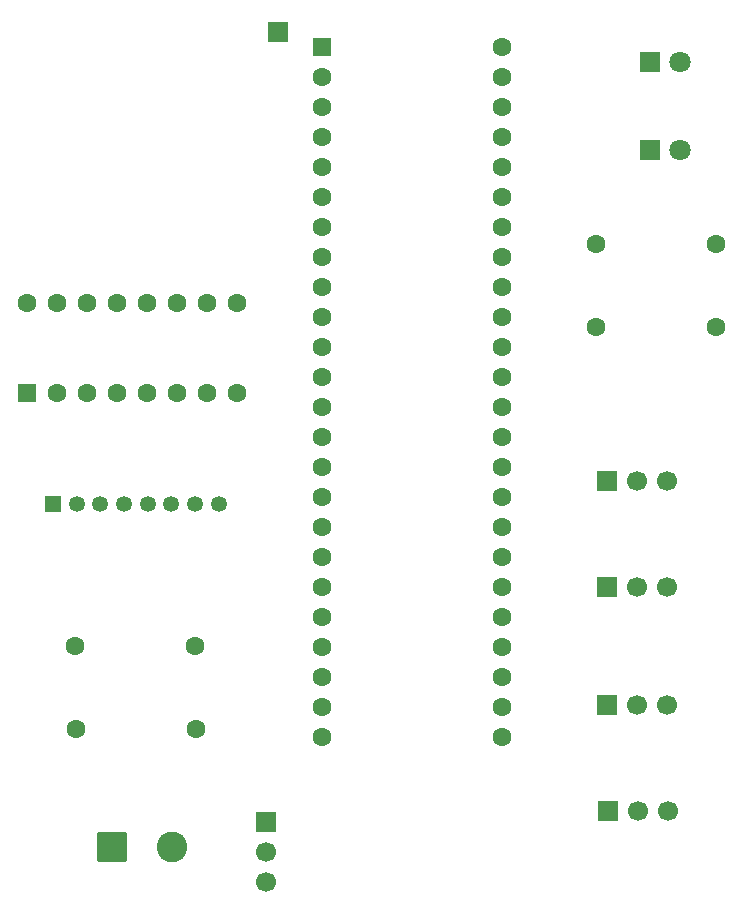
<source format=gbs>
%TF.GenerationSoftware,KiCad,Pcbnew,9.0.6*%
%TF.CreationDate,2025-12-09T13:44:13+01:00*%
%TF.ProjectId,PCB Schematic Eclipse 1,50434220-5363-4686-956d-617469632045,rev?*%
%TF.SameCoordinates,Original*%
%TF.FileFunction,Soldermask,Bot*%
%TF.FilePolarity,Negative*%
%FSLAX46Y46*%
G04 Gerber Fmt 4.6, Leading zero omitted, Abs format (unit mm)*
G04 Created by KiCad (PCBNEW 9.0.6) date 2025-12-09 13:44:13*
%MOMM*%
%LPD*%
G01*
G04 APERTURE LIST*
G04 Aperture macros list*
%AMRoundRect*
0 Rectangle with rounded corners*
0 $1 Rounding radius*
0 $2 $3 $4 $5 $6 $7 $8 $9 X,Y pos of 4 corners*
0 Add a 4 corners polygon primitive as box body*
4,1,4,$2,$3,$4,$5,$6,$7,$8,$9,$2,$3,0*
0 Add four circle primitives for the rounded corners*
1,1,$1+$1,$2,$3*
1,1,$1+$1,$4,$5*
1,1,$1+$1,$6,$7*
1,1,$1+$1,$8,$9*
0 Add four rect primitives between the rounded corners*
20,1,$1+$1,$2,$3,$4,$5,0*
20,1,$1+$1,$4,$5,$6,$7,0*
20,1,$1+$1,$6,$7,$8,$9,0*
20,1,$1+$1,$8,$9,$2,$3,0*%
G04 Aperture macros list end*
%ADD10RoundRect,0.250000X-1.050000X-1.050000X1.050000X-1.050000X1.050000X1.050000X-1.050000X1.050000X0*%
%ADD11C,2.600000*%
%ADD12R,1.800000X1.800000*%
%ADD13C,1.800000*%
%ADD14R,1.700000X1.700000*%
%ADD15C,1.700000*%
%ADD16RoundRect,0.250000X-0.550000X-0.550000X0.550000X-0.550000X0.550000X0.550000X-0.550000X0.550000X0*%
%ADD17C,1.600000*%
%ADD18RoundRect,0.250000X0.550000X-0.550000X0.550000X0.550000X-0.550000X0.550000X-0.550000X-0.550000X0*%
%ADD19R,1.350000X1.350000*%
%ADD20C,1.350000*%
G04 APERTURE END LIST*
D10*
%TO.C,J5*%
X123920000Y-139000000D03*
D11*
X129000000Y-139000000D03*
%TD*%
D12*
%TO.C,D2*%
X169460000Y-80000000D03*
D13*
X172000000Y-80000000D03*
%TD*%
D14*
%TO.C,J4*%
X165840000Y-108000000D03*
D15*
X168380000Y-108000000D03*
X170920000Y-108000000D03*
%TD*%
D16*
%TO.C,IC1*%
X141760000Y-71300000D03*
D17*
X141760000Y-73840000D03*
X141760000Y-76380000D03*
X141760000Y-78920000D03*
X141760000Y-81460000D03*
X141760000Y-84000000D03*
X141760000Y-86540000D03*
X141760000Y-89080000D03*
X141760000Y-91620000D03*
X141760000Y-94160000D03*
X141760000Y-96700000D03*
X141760000Y-99240000D03*
X141760000Y-101780000D03*
X141760000Y-104320000D03*
X141760000Y-106860000D03*
X141760000Y-109400000D03*
X141760000Y-111940000D03*
X141760000Y-114480000D03*
X141760000Y-117020000D03*
X141760000Y-119560000D03*
X141760000Y-122100000D03*
X141760000Y-124640000D03*
X141760000Y-127180000D03*
X141760000Y-129720000D03*
X157000000Y-129720000D03*
X157000000Y-127180000D03*
X157000000Y-124640000D03*
X157000000Y-122100000D03*
X157000000Y-119560000D03*
X157000000Y-117020000D03*
X157000000Y-114480000D03*
X157000000Y-111940000D03*
X157000000Y-109400000D03*
X157000000Y-106860000D03*
X157000000Y-104320000D03*
X157000000Y-101780000D03*
X157000000Y-99240000D03*
X157000000Y-96700000D03*
X157000000Y-94160000D03*
X157000000Y-91620000D03*
X157000000Y-89080000D03*
X157000000Y-86540000D03*
X157000000Y-84000000D03*
X157000000Y-81460000D03*
X157000000Y-78920000D03*
X157000000Y-76380000D03*
X157000000Y-73840000D03*
X157000000Y-71300000D03*
%TD*%
%TO.C,R3*%
X120920000Y-129000000D03*
X131080000Y-129000000D03*
%TD*%
D14*
%TO.C,J7*%
X138000000Y-70000000D03*
%TD*%
D17*
%TO.C,R2*%
X164920000Y-95000000D03*
X175080000Y-95000000D03*
%TD*%
D14*
%TO.C,J3*%
X165840000Y-117000000D03*
D15*
X168380000Y-117000000D03*
X170920000Y-117000000D03*
%TD*%
D18*
%TO.C,U1*%
X116760000Y-100620000D03*
D17*
X119300000Y-100620000D03*
X121840000Y-100620000D03*
X124380000Y-100620000D03*
X126920000Y-100620000D03*
X129460000Y-100620000D03*
X132000000Y-100620000D03*
X134540000Y-100620000D03*
X134540000Y-93000000D03*
X132000000Y-93000000D03*
X129460000Y-93000000D03*
X126920000Y-93000000D03*
X124380000Y-93000000D03*
X121840000Y-93000000D03*
X119300000Y-93000000D03*
X116760000Y-93000000D03*
%TD*%
D14*
%TO.C,J6*%
X137000000Y-136920000D03*
D15*
X137000000Y-139460000D03*
X137000000Y-142000000D03*
%TD*%
D19*
%TO.C,U2*%
X118962500Y-110000000D03*
D20*
X120962500Y-110000000D03*
X122962500Y-110000000D03*
X124962500Y-110000000D03*
X126962500Y-110000000D03*
X128962500Y-110000000D03*
X130962500Y-110000000D03*
X132962500Y-110000000D03*
%TD*%
D14*
%TO.C,J1*%
X165920000Y-136000000D03*
D15*
X168460000Y-136000000D03*
X171000000Y-136000000D03*
%TD*%
D17*
%TO.C,R4*%
X120840000Y-122000000D03*
X131000000Y-122000000D03*
%TD*%
D12*
%TO.C,D1*%
X169460000Y-72530000D03*
D13*
X172000000Y-72530000D03*
%TD*%
D17*
%TO.C,R1*%
X164920000Y-88000000D03*
X175080000Y-88000000D03*
%TD*%
D14*
%TO.C,J2*%
X165840000Y-127000000D03*
D15*
X168380000Y-127000000D03*
X170920000Y-127000000D03*
%TD*%
M02*

</source>
